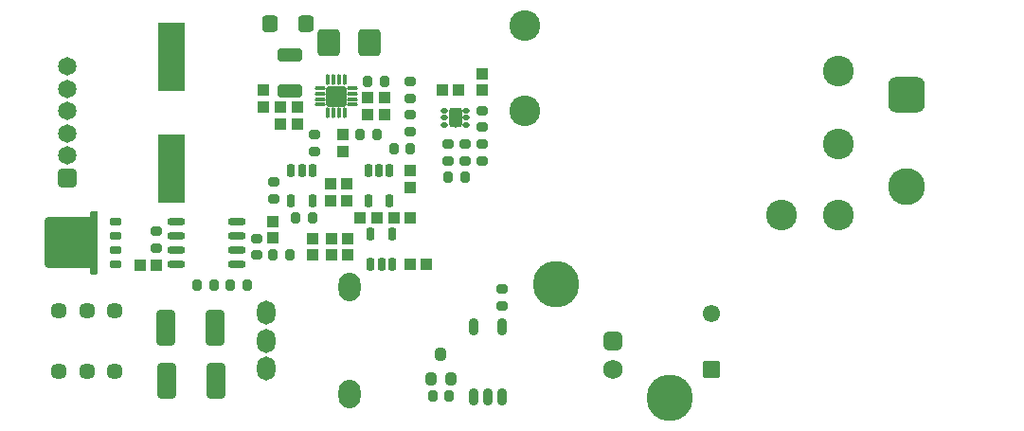
<source format=gts>
G04*
G04 #@! TF.GenerationSoftware,Altium Limited,Altium Designer,25.6.2 (33)*
G04*
G04 Layer_Color=8388736*
%FSLAX44Y44*%
%MOMM*%
G71*
G04*
G04 #@! TF.SameCoordinates,51367FFA-E2D0-4688-BCD1-F7C66F822469*
G04*
G04*
G04 #@! TF.FilePolarity,Negative*
G04*
G01*
G75*
G04:AMPARAMS|DCode=33|XSize=1.1mm|YSize=1.05mm|CornerRadius=0.1875mm|HoleSize=0mm|Usage=FLASHONLY|Rotation=90.000|XOffset=0mm|YOffset=0mm|HoleType=Round|Shape=RoundedRectangle|*
%AMROUNDEDRECTD33*
21,1,1.1000,0.6750,0,0,90.0*
21,1,0.7250,1.0500,0,0,90.0*
1,1,0.3750,0.3375,0.3625*
1,1,0.3750,0.3375,-0.3625*
1,1,0.3750,-0.3375,-0.3625*
1,1,0.3750,-0.3375,0.3625*
%
%ADD33ROUNDEDRECTD33*%
G04:AMPARAMS|DCode=34|XSize=0.7mm|YSize=1.15mm|CornerRadius=0.2125mm|HoleSize=0mm|Usage=FLASHONLY|Rotation=180.000|XOffset=0mm|YOffset=0mm|HoleType=Round|Shape=RoundedRectangle|*
%AMROUNDEDRECTD34*
21,1,0.7000,0.7250,0,0,180.0*
21,1,0.2750,1.1500,0,0,180.0*
1,1,0.4250,-0.1375,0.3625*
1,1,0.4250,0.1375,0.3625*
1,1,0.4250,0.1375,-0.3625*
1,1,0.4250,-0.1375,-0.3625*
%
%ADD34ROUNDEDRECTD34*%
G04:AMPARAMS|DCode=35|XSize=0.8mm|YSize=1.45mm|CornerRadius=0.2375mm|HoleSize=0mm|Usage=FLASHONLY|Rotation=0.000|XOffset=0mm|YOffset=0mm|HoleType=Round|Shape=RoundedRectangle|*
%AMROUNDEDRECTD35*
21,1,0.8000,0.9750,0,0,0.0*
21,1,0.3250,1.4500,0,0,0.0*
1,1,0.4750,0.1625,-0.4875*
1,1,0.4750,-0.1625,-0.4875*
1,1,0.4750,-0.1625,0.4875*
1,1,0.4750,0.1625,0.4875*
%
%ADD35ROUNDEDRECTD35*%
G04:AMPARAMS|DCode=36|XSize=1mm|YSize=0.8mm|CornerRadius=0.1563mm|HoleSize=0mm|Usage=FLASHONLY|Rotation=90.000|XOffset=0mm|YOffset=0mm|HoleType=Round|Shape=RoundedRectangle|*
%AMROUNDEDRECTD36*
21,1,1.0000,0.4875,0,0,90.0*
21,1,0.6875,0.8000,0,0,90.0*
1,1,0.3125,0.2438,0.3438*
1,1,0.3125,0.2438,-0.3438*
1,1,0.3125,-0.2438,-0.3438*
1,1,0.3125,-0.2438,0.3438*
%
%ADD36ROUNDEDRECTD36*%
G04:AMPARAMS|DCode=37|XSize=0.45mm|YSize=0.6mm|CornerRadius=0.1125mm|HoleSize=0mm|Usage=FLASHONLY|Rotation=90.000|XOffset=0mm|YOffset=0mm|HoleType=Round|Shape=RoundedRectangle|*
%AMROUNDEDRECTD37*
21,1,0.4500,0.3750,0,0,90.0*
21,1,0.2250,0.6000,0,0,90.0*
1,1,0.2250,0.1875,0.1125*
1,1,0.2250,0.1875,-0.1125*
1,1,0.2250,-0.1875,-0.1125*
1,1,0.2250,-0.1875,0.1125*
%
%ADD37ROUNDEDRECTD37*%
G04:AMPARAMS|DCode=38|XSize=1.75mm|YSize=1.11mm|CornerRadius=0.195mm|HoleSize=0mm|Usage=FLASHONLY|Rotation=90.000|XOffset=0mm|YOffset=0mm|HoleType=Round|Shape=RoundedRectangle|*
%AMROUNDEDRECTD38*
21,1,1.7500,0.7200,0,0,90.0*
21,1,1.3600,1.1100,0,0,90.0*
1,1,0.3900,0.3600,0.6800*
1,1,0.3900,0.3600,-0.6800*
1,1,0.3900,-0.3600,-0.6800*
1,1,0.3900,-0.3600,0.6800*
%
%ADD38ROUNDEDRECTD38*%
G04:AMPARAMS|DCode=39|XSize=1mm|YSize=0.8mm|CornerRadius=0.1563mm|HoleSize=0mm|Usage=FLASHONLY|Rotation=0.000|XOffset=0mm|YOffset=0mm|HoleType=Round|Shape=RoundedRectangle|*
%AMROUNDEDRECTD39*
21,1,1.0000,0.4875,0,0,0.0*
21,1,0.6875,0.8000,0,0,0.0*
1,1,0.3125,0.3438,-0.2438*
1,1,0.3125,-0.3438,-0.2438*
1,1,0.3125,-0.3438,0.2438*
1,1,0.3125,0.3438,0.2438*
%
%ADD39ROUNDEDRECTD39*%
G04:AMPARAMS|DCode=40|XSize=1.1mm|YSize=1.05mm|CornerRadius=0.1875mm|HoleSize=0mm|Usage=FLASHONLY|Rotation=0.000|XOffset=0mm|YOffset=0mm|HoleType=Round|Shape=RoundedRectangle|*
%AMROUNDEDRECTD40*
21,1,1.1000,0.6750,0,0,0.0*
21,1,0.7250,1.0500,0,0,0.0*
1,1,0.3750,0.3625,-0.3375*
1,1,0.3750,-0.3625,-0.3375*
1,1,0.3750,-0.3625,0.3375*
1,1,0.3750,0.3625,0.3375*
%
%ADD40ROUNDEDRECTD40*%
G04:AMPARAMS|DCode=41|XSize=0.95mm|YSize=1.15mm|CornerRadius=0.275mm|HoleSize=0mm|Usage=FLASHONLY|Rotation=180.000|XOffset=0mm|YOffset=0mm|HoleType=Round|Shape=RoundedRectangle|*
%AMROUNDEDRECTD41*
21,1,0.9500,0.6000,0,0,180.0*
21,1,0.4000,1.1500,0,0,180.0*
1,1,0.5500,-0.2000,0.3000*
1,1,0.5500,0.2000,0.3000*
1,1,0.5500,0.2000,-0.3000*
1,1,0.5500,-0.2000,-0.3000*
%
%ADD41ROUNDEDRECTD41*%
G04:AMPARAMS|DCode=42|XSize=3.15mm|YSize=1.65mm|CornerRadius=0.2625mm|HoleSize=0mm|Usage=FLASHONLY|Rotation=270.000|XOffset=0mm|YOffset=0mm|HoleType=Round|Shape=RoundedRectangle|*
%AMROUNDEDRECTD42*
21,1,3.1500,1.1250,0,0,270.0*
21,1,2.6250,1.6500,0,0,270.0*
1,1,0.5250,-0.5625,-1.3125*
1,1,0.5250,-0.5625,1.3125*
1,1,0.5250,0.5625,1.3125*
1,1,0.5250,0.5625,-1.3125*
%
%ADD42ROUNDEDRECTD42*%
G04:AMPARAMS|DCode=43|XSize=2.15mm|YSize=1.15mm|CornerRadius=0.2mm|HoleSize=0mm|Usage=FLASHONLY|Rotation=180.000|XOffset=0mm|YOffset=0mm|HoleType=Round|Shape=RoundedRectangle|*
%AMROUNDEDRECTD43*
21,1,2.1500,0.7500,0,0,180.0*
21,1,1.7500,1.1500,0,0,180.0*
1,1,0.4000,-0.8750,0.3750*
1,1,0.4000,0.8750,0.3750*
1,1,0.4000,0.8750,-0.3750*
1,1,0.4000,-0.8750,-0.3750*
%
%ADD43ROUNDEDRECTD43*%
G04:AMPARAMS|DCode=44|XSize=2.45mm|YSize=6.15mm|CornerRadius=0.2475mm|HoleSize=0mm|Usage=FLASHONLY|Rotation=0.000|XOffset=0mm|YOffset=0mm|HoleType=Round|Shape=RoundedRectangle|*
%AMROUNDEDRECTD44*
21,1,2.4500,5.6550,0,0,0.0*
21,1,1.9550,6.1500,0,0,0.0*
1,1,0.4950,0.9775,-2.8275*
1,1,0.4950,-0.9775,-2.8275*
1,1,0.4950,-0.9775,2.8275*
1,1,0.4950,0.9775,2.8275*
%
%ADD44ROUNDEDRECTD44*%
G04:AMPARAMS|DCode=45|XSize=1.81mm|YSize=1.81mm|CornerRadius=0.1995mm|HoleSize=0mm|Usage=FLASHONLY|Rotation=0.000|XOffset=0mm|YOffset=0mm|HoleType=Round|Shape=RoundedRectangle|*
%AMROUNDEDRECTD45*
21,1,1.8100,1.4110,0,0,0.0*
21,1,1.4110,1.8100,0,0,0.0*
1,1,0.3990,0.7055,-0.7055*
1,1,0.3990,-0.7055,-0.7055*
1,1,0.3990,-0.7055,0.7055*
1,1,0.3990,0.7055,0.7055*
%
%ADD45ROUNDEDRECTD45*%
G04:AMPARAMS|DCode=46|XSize=0.4mm|YSize=0.95mm|CornerRadius=0.1375mm|HoleSize=0mm|Usage=FLASHONLY|Rotation=0.000|XOffset=0mm|YOffset=0mm|HoleType=Round|Shape=RoundedRectangle|*
%AMROUNDEDRECTD46*
21,1,0.4000,0.6750,0,0,0.0*
21,1,0.1250,0.9500,0,0,0.0*
1,1,0.2750,0.0625,-0.3375*
1,1,0.2750,-0.0625,-0.3375*
1,1,0.2750,-0.0625,0.3375*
1,1,0.2750,0.0625,0.3375*
%
%ADD46ROUNDEDRECTD46*%
G04:AMPARAMS|DCode=47|XSize=0.4mm|YSize=0.95mm|CornerRadius=0.1375mm|HoleSize=0mm|Usage=FLASHONLY|Rotation=90.000|XOffset=0mm|YOffset=0mm|HoleType=Round|Shape=RoundedRectangle|*
%AMROUNDEDRECTD47*
21,1,0.4000,0.6750,0,0,90.0*
21,1,0.1250,0.9500,0,0,90.0*
1,1,0.2750,0.3375,0.0625*
1,1,0.2750,0.3375,-0.0625*
1,1,0.2750,-0.3375,-0.0625*
1,1,0.2750,-0.3375,0.0625*
%
%ADD47ROUNDEDRECTD47*%
G04:AMPARAMS|DCode=48|XSize=2.45mm|YSize=1.95mm|CornerRadius=0.3mm|HoleSize=0mm|Usage=FLASHONLY|Rotation=270.000|XOffset=0mm|YOffset=0mm|HoleType=Round|Shape=RoundedRectangle|*
%AMROUNDEDRECTD48*
21,1,2.4500,1.3500,0,0,270.0*
21,1,1.8500,1.9500,0,0,270.0*
1,1,0.6000,-0.6750,-0.9250*
1,1,0.6000,-0.6750,0.9250*
1,1,0.6000,0.6750,0.9250*
1,1,0.6000,0.6750,-0.9250*
%
%ADD48ROUNDEDRECTD48*%
G04:AMPARAMS|DCode=49|XSize=1.45mm|YSize=1.35mm|CornerRadius=0.225mm|HoleSize=0mm|Usage=FLASHONLY|Rotation=90.000|XOffset=0mm|YOffset=0mm|HoleType=Round|Shape=RoundedRectangle|*
%AMROUNDEDRECTD49*
21,1,1.4500,0.9000,0,0,90.0*
21,1,1.0000,1.3500,0,0,90.0*
1,1,0.4500,0.4500,0.5000*
1,1,0.4500,0.4500,-0.5000*
1,1,0.4500,-0.4500,-0.5000*
1,1,0.4500,-0.4500,0.5000*
%
%ADD49ROUNDEDRECTD49*%
G04:AMPARAMS|DCode=50|XSize=0.65mm|YSize=1mm|CornerRadius=0.1375mm|HoleSize=0mm|Usage=FLASHONLY|Rotation=90.000|XOffset=0mm|YOffset=0mm|HoleType=Round|Shape=RoundedRectangle|*
%AMROUNDEDRECTD50*
21,1,0.6500,0.7250,0,0,90.0*
21,1,0.3750,1.0000,0,0,90.0*
1,1,0.2750,0.3625,0.1875*
1,1,0.2750,0.3625,-0.1875*
1,1,0.2750,-0.3625,-0.1875*
1,1,0.2750,-0.3625,0.1875*
%
%ADD50ROUNDEDRECTD50*%
G04:AMPARAMS|DCode=51|XSize=4.56mm|YSize=4.7mm|CornerRadius=0.2955mm|HoleSize=0mm|Usage=FLASHONLY|Rotation=90.000|XOffset=0mm|YOffset=0mm|HoleType=Round|Shape=RoundedRectangle|*
%AMROUNDEDRECTD51*
21,1,4.5600,4.1090,0,0,90.0*
21,1,3.9690,4.7000,0,0,90.0*
1,1,0.5910,2.0545,1.9845*
1,1,0.5910,2.0545,-1.9845*
1,1,0.5910,-2.0545,-1.9845*
1,1,0.5910,-2.0545,1.9845*
%
%ADD51ROUNDEDRECTD51*%
%ADD52O,1.6000X0.7500*%
%ADD53C,2.7500*%
G04:AMPARAMS|DCode=54|XSize=1.55mm|YSize=1.55mm|CornerRadius=0.25mm|HoleSize=0mm|Usage=FLASHONLY|Rotation=90.000|XOffset=0mm|YOffset=0mm|HoleType=Round|Shape=RoundedRectangle|*
%AMROUNDEDRECTD54*
21,1,1.5500,1.0500,0,0,90.0*
21,1,1.0500,1.5500,0,0,90.0*
1,1,0.5000,0.5250,0.5250*
1,1,0.5000,0.5250,-0.5250*
1,1,0.5000,-0.5250,-0.5250*
1,1,0.5000,-0.5250,0.5250*
%
%ADD54ROUNDEDRECTD54*%
%ADD55C,1.5500*%
G04:AMPARAMS|DCode=56|XSize=3.3016mm|YSize=3.3016mm|CornerRadius=0.8508mm|HoleSize=0mm|Usage=FLASHONLY|Rotation=270.000|XOffset=0mm|YOffset=0mm|HoleType=Round|Shape=RoundedRectangle|*
%AMROUNDEDRECTD56*
21,1,3.3016,1.6000,0,0,270.0*
21,1,1.6000,3.3016,0,0,270.0*
1,1,1.7016,-0.8000,-0.8000*
1,1,1.7016,-0.8000,0.8000*
1,1,1.7016,0.8000,0.8000*
1,1,1.7016,0.8000,-0.8000*
%
%ADD56ROUNDEDRECTD56*%
%ADD57O,1.9500X2.5500*%
%ADD58O,1.6500X2.1500*%
%ADD59C,3.3016*%
%ADD60C,0.1500*%
%ADD61C,1.4500*%
G04:AMPARAMS|DCode=62|XSize=1.7016mm|YSize=1.7016mm|CornerRadius=0.4508mm|HoleSize=0mm|Usage=FLASHONLY|Rotation=90.000|XOffset=0mm|YOffset=0mm|HoleType=Round|Shape=RoundedRectangle|*
%AMROUNDEDRECTD62*
21,1,1.7016,0.8000,0,0,90.0*
21,1,0.8000,1.7016,0,0,90.0*
1,1,0.9016,0.4000,0.4000*
1,1,0.9016,0.4000,-0.4000*
1,1,0.9016,-0.4000,-0.4000*
1,1,0.9016,-0.4000,0.4000*
%
%ADD62ROUNDEDRECTD62*%
%ADD63C,4.1500*%
%ADD64C,1.7500*%
G04:AMPARAMS|DCode=65|XSize=1.65mm|YSize=1.65mm|CornerRadius=0.2625mm|HoleSize=0mm|Usage=FLASHONLY|Rotation=180.000|XOffset=0mm|YOffset=0mm|HoleType=Round|Shape=RoundedRectangle|*
%AMROUNDEDRECTD65*
21,1,1.6500,1.1250,0,0,180.0*
21,1,1.1250,1.6500,0,0,180.0*
1,1,0.5250,-0.5625,0.5625*
1,1,0.5250,0.5625,0.5625*
1,1,0.5250,0.5625,-0.5625*
1,1,0.5250,-0.5625,-0.5625*
%
%ADD65ROUNDEDRECTD65*%
%ADD66C,1.6500*%
%ADD67C,0.6532*%
G36*
X85188Y196105D02*
X87833Y196105D01*
X87843Y196104D01*
X87852Y196104D01*
X87859Y196103D01*
X88093D01*
X88122Y196101D01*
X88152D01*
X88181Y196097D01*
X88210Y196094D01*
X88239Y196087D01*
X88268Y196083D01*
X88296Y196074D01*
X88325Y196067D01*
X88352Y196055D01*
X88380Y196046D01*
X88859Y195848D01*
X88885Y195835D01*
X88912Y195823D01*
X88938Y195808D01*
X88964Y195795D01*
X88988Y195777D01*
X89013Y195762D01*
X89036Y195742D01*
X89059Y195725D01*
X89080Y195704D01*
X89103Y195685D01*
X89469Y195319D01*
X89488Y195296D01*
X89509Y195276D01*
X89526Y195252D01*
X89545Y195229D01*
X89561Y195204D01*
X89578Y195180D01*
X89592Y195154D01*
X89607Y195129D01*
X89619Y195101D01*
X89632Y195075D01*
X89830Y194597D01*
X89839Y194569D01*
X89851Y194541D01*
X89857Y194513D01*
X89867Y194484D01*
X89871Y194455D01*
X89878Y194426D01*
X89880Y194397D01*
X89885Y194368D01*
Y194338D01*
X89887Y194309D01*
Y194050D01*
Y141549D01*
X89887Y141549D01*
X89887Y141191D01*
X89885Y141161D01*
Y141131D01*
X89880Y141102D01*
X89878Y141073D01*
X89871Y141044D01*
X89867Y141015D01*
X89857Y140987D01*
X89851Y140958D01*
X89839Y140931D01*
X89830Y140903D01*
X89556Y140240D01*
X89542Y140214D01*
X89531Y140187D01*
X89515Y140162D01*
X89502Y140135D01*
X89485Y140111D01*
X89469Y140086D01*
X89450Y140063D01*
X89433Y140040D01*
X89412Y140019D01*
X89392Y139996D01*
X88885Y139489D01*
X88863Y139470D01*
X88842Y139449D01*
X88818Y139432D01*
X88796Y139413D01*
X88770Y139397D01*
X88746Y139380D01*
X88720Y139367D01*
X88695Y139351D01*
X88668Y139340D01*
X88641Y139326D01*
X87979Y139052D01*
X87951Y139043D01*
X87923Y139032D01*
X87895Y139025D01*
X87867Y139016D01*
X87837Y139011D01*
X87808Y139004D01*
X87779Y139002D01*
X87750Y138997D01*
X87720D01*
X87691Y138995D01*
X87332Y138995D01*
X85438D01*
X85080Y138995D01*
X85050Y138997D01*
X85020Y138997D01*
X84991Y139002D01*
X84962Y139004D01*
X84933Y139011D01*
X84904Y139016D01*
X84876Y139025D01*
X84847Y139032D01*
X84820Y139043D01*
X84791Y139052D01*
X84129Y139326D01*
X84102Y139340D01*
X84075Y139351D01*
X84050Y139367D01*
X84023Y139380D01*
X83999Y139397D01*
X83974Y139413D01*
X83952Y139432D01*
X83928Y139449D01*
X83907Y139470D01*
X83884Y139489D01*
X83377Y139997D01*
X83358Y140019D01*
X83337Y140040D01*
X83319Y140064D01*
X83300Y140086D01*
X83285Y140112D01*
X83267Y140136D01*
X83254Y140162D01*
X83239Y140187D01*
X83227Y140215D01*
X83214Y140241D01*
X82940Y140904D01*
X82930Y140932D01*
X82919Y140960D01*
X82912Y140988D01*
X82903Y141016D01*
X82899Y141045D01*
X82892Y141074D01*
X82889Y141104D01*
X82885Y141133D01*
Y141162D01*
X82882Y141192D01*
X82883Y141551D01*
X82883Y143993D01*
X82849Y144337D01*
X82573Y145004D01*
X82089Y145487D01*
X81422Y145764D01*
X81078Y145798D01*
X46385Y145798D01*
X46267Y145807D01*
X46153Y145835D01*
X46043Y145880D01*
X45943Y145941D01*
X45853Y146018D01*
X45776Y146108D01*
X45715Y146208D01*
X45669Y146318D01*
X45642Y146432D01*
X45633Y146550D01*
Y188550D01*
X45642Y188668D01*
X45669Y188783D01*
X45715Y188892D01*
X45776Y188992D01*
X45853Y189082D01*
X45943Y189159D01*
X46043Y189220D01*
X46153Y189265D01*
X46267Y189293D01*
X46385Y189302D01*
X80993Y189302D01*
X81354Y189338D01*
X82051Y189627D01*
X82558Y190134D01*
X82847Y190831D01*
X82883Y191191D01*
X82883Y193800D01*
X82883Y193801D01*
X82883Y193802D01*
X82883Y193810D01*
X82883Y194107D01*
X82885Y194137D01*
X82885Y194167D01*
X82890Y194196D01*
X82892Y194225D01*
X82899Y194254D01*
X82904Y194283D01*
X82913Y194311D01*
X82920Y194340D01*
X82931Y194367D01*
X82940Y194396D01*
X83176Y194967D01*
X83189Y194993D01*
X83201Y195020D01*
X83216Y195046D01*
X83230Y195072D01*
X83247Y195096D01*
X83262Y195121D01*
X83282Y195144D01*
X83299Y195167D01*
X83320Y195188D01*
X83339Y195211D01*
X83776Y195648D01*
X83798Y195667D01*
X83819Y195688D01*
X83843Y195705D01*
X83865Y195725D01*
X83891Y195740D01*
X83915Y195758D01*
X83941Y195771D01*
X83966Y195786D01*
X83994Y195798D01*
X84020Y195811D01*
X84591Y196047D01*
X84619Y196056D01*
X84646Y196068D01*
X84675Y196075D01*
X84703Y196084D01*
X84732Y196089D01*
X84761Y196095D01*
X84790Y196098D01*
X84819Y196102D01*
X84849D01*
X84879Y196105D01*
X85188Y196105D01*
D02*
G37*
D33*
X383750Y148000D02*
D03*
X368750D02*
D03*
X354250Y190000D02*
D03*
X339250D02*
D03*
X313500Y171500D02*
D03*
X412500Y303750D02*
D03*
X397500D02*
D03*
X346250Y282000D02*
D03*
Y297000D02*
D03*
X253000Y274000D02*
D03*
X369250Y190000D02*
D03*
X324250D02*
D03*
X312750Y220000D02*
D03*
X298500Y156500D02*
D03*
X297750Y205000D02*
D03*
X253000Y289000D02*
D03*
X127500Y147500D02*
D03*
X268000Y274000D02*
D03*
X297750Y220000D02*
D03*
X142500Y147500D02*
D03*
X268000Y289000D02*
D03*
X312750Y205000D02*
D03*
X313500Y156500D02*
D03*
X331250Y297000D02*
D03*
Y282000D02*
D03*
X298500Y171500D02*
D03*
D34*
X333750Y148000D02*
D03*
X343250D02*
D03*
X352750D02*
D03*
Y175000D02*
D03*
X333750D02*
D03*
X350500Y204750D02*
D03*
X341000Y231750D02*
D03*
X272250D02*
D03*
X350500D02*
D03*
X281750D02*
D03*
X262750D02*
D03*
X281750Y204750D02*
D03*
X262750D02*
D03*
X331500Y231750D02*
D03*
Y204750D02*
D03*
D35*
X451200Y29750D02*
D03*
X425800D02*
D03*
Y92750D02*
D03*
X451200D02*
D03*
X438500Y29750D02*
D03*
D36*
X223500Y130000D02*
D03*
X418000Y225750D02*
D03*
X403000D02*
D03*
X346250Y312000D02*
D03*
X261500Y156500D02*
D03*
X354250Y251750D02*
D03*
X208500Y130000D02*
D03*
X369250Y251750D02*
D03*
X246500Y156500D02*
D03*
X193500Y130000D02*
D03*
X178500D02*
D03*
X331250Y312000D02*
D03*
X389000Y30250D02*
D03*
X404000D02*
D03*
X266750Y189750D02*
D03*
X281750D02*
D03*
X324250Y264000D02*
D03*
X339250D02*
D03*
D37*
X419250Y272820D02*
D03*
Y279320D02*
D03*
Y285820D02*
D03*
X399750Y272820D02*
D03*
Y279320D02*
D03*
Y285820D02*
D03*
D38*
X409500Y279320D02*
D03*
D39*
X418000Y255750D02*
D03*
Y240750D02*
D03*
X403000D02*
D03*
Y255750D02*
D03*
X433000Y240750D02*
D03*
Y255750D02*
D03*
Y270820D02*
D03*
Y285820D02*
D03*
X246750Y222000D02*
D03*
X283500Y249000D02*
D03*
X369250Y266750D02*
D03*
Y281750D02*
D03*
X231500Y156500D02*
D03*
Y171500D02*
D03*
X283500Y264000D02*
D03*
X142500Y162500D02*
D03*
Y177500D02*
D03*
X451250Y111250D02*
D03*
Y126250D02*
D03*
X246750Y207000D02*
D03*
X369250Y311750D02*
D03*
Y296750D02*
D03*
D40*
X433000Y318750D02*
D03*
Y303750D02*
D03*
X309250Y249000D02*
D03*
X246500Y171600D02*
D03*
X369250Y217000D02*
D03*
X281750Y156500D02*
D03*
X238000Y289000D02*
D03*
X369250Y232000D02*
D03*
X238000Y304000D02*
D03*
X281750Y171500D02*
D03*
X246500Y186600D02*
D03*
X309250Y264000D02*
D03*
D41*
X405500Y45500D02*
D03*
X387500D02*
D03*
X396500Y67500D02*
D03*
D42*
X194750Y91750D02*
D03*
X195500Y44500D02*
D03*
X151500D02*
D03*
X150750Y91750D02*
D03*
D43*
X261500Y303500D02*
D03*
Y335500D02*
D03*
D44*
X156000Y233500D02*
D03*
Y334000D02*
D03*
D45*
X302750Y298500D02*
D03*
D46*
X295250Y313000D02*
D03*
X305250Y284000D02*
D03*
X300250D02*
D03*
X295250D02*
D03*
X310250D02*
D03*
Y313000D02*
D03*
X305250D02*
D03*
X300250D02*
D03*
D47*
X288250Y306000D02*
D03*
Y296000D02*
D03*
Y301000D02*
D03*
Y291000D02*
D03*
X317250D02*
D03*
Y296000D02*
D03*
Y301000D02*
D03*
Y306000D02*
D03*
D48*
X333000Y346000D02*
D03*
X296000D02*
D03*
D49*
X243750Y363750D02*
D03*
X275750D02*
D03*
D50*
X105865Y148500D02*
D03*
Y161200D02*
D03*
Y173900D02*
D03*
Y186600D02*
D03*
D51*
X66365Y167550D02*
D03*
D52*
X159750Y186600D02*
D03*
Y173900D02*
D03*
Y161200D02*
D03*
Y148500D02*
D03*
X214250Y186600D02*
D03*
Y173900D02*
D03*
Y161200D02*
D03*
Y148500D02*
D03*
D53*
X700680Y192520D02*
D03*
X751480Y321020D02*
D03*
Y256020D02*
D03*
X471480Y362020D02*
D03*
Y285820D02*
D03*
X751480Y192020D02*
D03*
D54*
X638000Y54250D02*
D03*
D55*
Y104250D02*
D03*
D56*
X812750Y300250D02*
D03*
D57*
X315000Y128000D02*
D03*
Y32001D02*
D03*
D58*
X240000Y105000D02*
D03*
Y55001D02*
D03*
Y80000D02*
D03*
D59*
X812750Y217649D02*
D03*
D60*
X895000Y375000D02*
D03*
X110000Y80000D02*
D03*
X25000Y25000D02*
D03*
Y375000D02*
D03*
D61*
X55000Y53000D02*
D03*
X80000D02*
D03*
X105000D02*
D03*
X80000Y107000D02*
D03*
X105000D02*
D03*
X55000D02*
D03*
D62*
X550000Y80000D02*
D03*
D63*
X499200Y130800D02*
D03*
X600800Y29200D02*
D03*
D64*
X550000Y54600D02*
D03*
D65*
X62500Y225250D02*
D03*
D66*
Y285250D02*
D03*
Y245250D02*
D03*
Y305250D02*
D03*
Y265250D02*
D03*
Y325250D02*
D03*
D67*
X409500Y273820D02*
D03*
Y284820D02*
D03*
M02*

</source>
